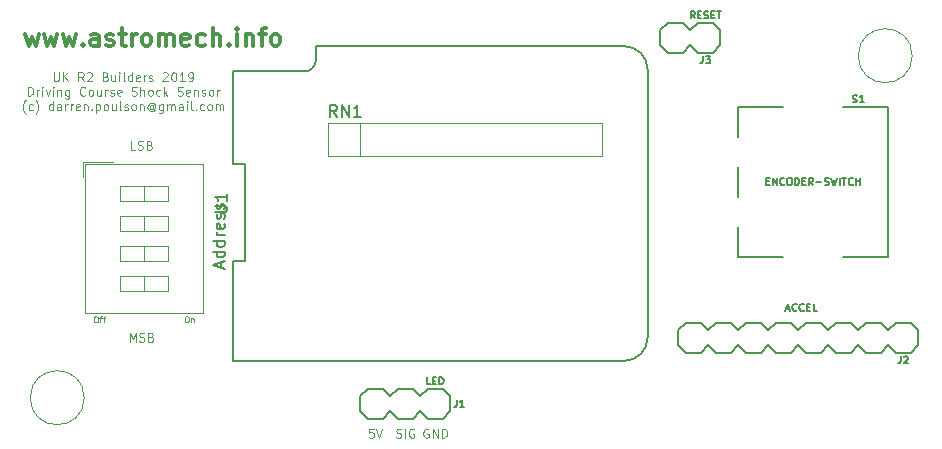
<source format=gbr>
G04 #@! TF.GenerationSoftware,KiCad,Pcbnew,5.0.2-bee76a0~70~ubuntu18.04.1*
G04 #@! TF.CreationDate,2019-09-20T23:32:28+01:00*
G04 #@! TF.ProjectId,Shock Sensor,53686f63-6b20-4536-956e-736f722e6b69,rev?*
G04 #@! TF.SameCoordinates,Original*
G04 #@! TF.FileFunction,Legend,Top*
G04 #@! TF.FilePolarity,Positive*
%FSLAX46Y46*%
G04 Gerber Fmt 4.6, Leading zero omitted, Abs format (unit mm)*
G04 Created by KiCad (PCBNEW 5.0.2-bee76a0~70~ubuntu18.04.1) date Fri 20 Sep 2019 23:32:28 BST*
%MOMM*%
%LPD*%
G01*
G04 APERTURE LIST*
%ADD10C,0.100000*%
%ADD11C,0.300000*%
%ADD12C,0.150000*%
%ADD13C,0.203200*%
%ADD14C,0.120000*%
%ADD15C,0.127000*%
G04 APERTURE END LIST*
D10*
X110918666Y-120122190D02*
X111013904Y-120122190D01*
X111061523Y-120146000D01*
X111109142Y-120193619D01*
X111132952Y-120288857D01*
X111132952Y-120455523D01*
X111109142Y-120550761D01*
X111061523Y-120598380D01*
X111013904Y-120622190D01*
X110918666Y-120622190D01*
X110871047Y-120598380D01*
X110823428Y-120550761D01*
X110799619Y-120455523D01*
X110799619Y-120288857D01*
X110823428Y-120193619D01*
X110871047Y-120146000D01*
X110918666Y-120122190D01*
X111275809Y-120288857D02*
X111466285Y-120288857D01*
X111347238Y-120622190D02*
X111347238Y-120193619D01*
X111371047Y-120146000D01*
X111418666Y-120122190D01*
X111466285Y-120122190D01*
X111561523Y-120288857D02*
X111752000Y-120288857D01*
X111632952Y-120622190D02*
X111632952Y-120193619D01*
X111656761Y-120146000D01*
X111704380Y-120122190D01*
X111752000Y-120122190D01*
X118598190Y-120122190D02*
X118693428Y-120122190D01*
X118741047Y-120146000D01*
X118788666Y-120193619D01*
X118812476Y-120288857D01*
X118812476Y-120455523D01*
X118788666Y-120550761D01*
X118741047Y-120598380D01*
X118693428Y-120622190D01*
X118598190Y-120622190D01*
X118550571Y-120598380D01*
X118502952Y-120550761D01*
X118479142Y-120455523D01*
X118479142Y-120288857D01*
X118502952Y-120193619D01*
X118550571Y-120146000D01*
X118598190Y-120122190D01*
X119026761Y-120288857D02*
X119026761Y-120622190D01*
X119026761Y-120336476D02*
X119050571Y-120312666D01*
X119098190Y-120288857D01*
X119169619Y-120288857D01*
X119217238Y-120312666D01*
X119241047Y-120360285D01*
X119241047Y-120622190D01*
X113825857Y-122259285D02*
X113825857Y-121509285D01*
X114075857Y-122045000D01*
X114325857Y-121509285D01*
X114325857Y-122259285D01*
X114647285Y-122223571D02*
X114754428Y-122259285D01*
X114933000Y-122259285D01*
X115004428Y-122223571D01*
X115040142Y-122187857D01*
X115075857Y-122116428D01*
X115075857Y-122045000D01*
X115040142Y-121973571D01*
X115004428Y-121937857D01*
X114933000Y-121902142D01*
X114790142Y-121866428D01*
X114718714Y-121830714D01*
X114683000Y-121795000D01*
X114647285Y-121723571D01*
X114647285Y-121652142D01*
X114683000Y-121580714D01*
X114718714Y-121545000D01*
X114790142Y-121509285D01*
X114968714Y-121509285D01*
X115075857Y-121545000D01*
X115647285Y-121866428D02*
X115754428Y-121902142D01*
X115790142Y-121937857D01*
X115825857Y-122009285D01*
X115825857Y-122116428D01*
X115790142Y-122187857D01*
X115754428Y-122223571D01*
X115683000Y-122259285D01*
X115397285Y-122259285D01*
X115397285Y-121509285D01*
X115647285Y-121509285D01*
X115718714Y-121545000D01*
X115754428Y-121580714D01*
X115790142Y-121652142D01*
X115790142Y-121723571D01*
X115754428Y-121795000D01*
X115718714Y-121830714D01*
X115647285Y-121866428D01*
X115397285Y-121866428D01*
X114308000Y-106003285D02*
X113950857Y-106003285D01*
X113950857Y-105253285D01*
X114522285Y-105967571D02*
X114629428Y-106003285D01*
X114808000Y-106003285D01*
X114879428Y-105967571D01*
X114915142Y-105931857D01*
X114950857Y-105860428D01*
X114950857Y-105789000D01*
X114915142Y-105717571D01*
X114879428Y-105681857D01*
X114808000Y-105646142D01*
X114665142Y-105610428D01*
X114593714Y-105574714D01*
X114558000Y-105539000D01*
X114522285Y-105467571D01*
X114522285Y-105396142D01*
X114558000Y-105324714D01*
X114593714Y-105289000D01*
X114665142Y-105253285D01*
X114843714Y-105253285D01*
X114950857Y-105289000D01*
X115522285Y-105610428D02*
X115629428Y-105646142D01*
X115665142Y-105681857D01*
X115700857Y-105753285D01*
X115700857Y-105860428D01*
X115665142Y-105931857D01*
X115629428Y-105967571D01*
X115558000Y-106003285D01*
X115272285Y-106003285D01*
X115272285Y-105253285D01*
X115522285Y-105253285D01*
X115593714Y-105289000D01*
X115629428Y-105324714D01*
X115665142Y-105396142D01*
X115665142Y-105467571D01*
X115629428Y-105539000D01*
X115593714Y-105574714D01*
X115522285Y-105610428D01*
X115272285Y-105610428D01*
X139128571Y-129673000D02*
X139057142Y-129637285D01*
X138950000Y-129637285D01*
X138842857Y-129673000D01*
X138771428Y-129744428D01*
X138735714Y-129815857D01*
X138700000Y-129958714D01*
X138700000Y-130065857D01*
X138735714Y-130208714D01*
X138771428Y-130280142D01*
X138842857Y-130351571D01*
X138950000Y-130387285D01*
X139021428Y-130387285D01*
X139128571Y-130351571D01*
X139164285Y-130315857D01*
X139164285Y-130065857D01*
X139021428Y-130065857D01*
X139485714Y-130387285D02*
X139485714Y-129637285D01*
X139914285Y-130387285D01*
X139914285Y-129637285D01*
X140271428Y-130387285D02*
X140271428Y-129637285D01*
X140450000Y-129637285D01*
X140557142Y-129673000D01*
X140628571Y-129744428D01*
X140664285Y-129815857D01*
X140700000Y-129958714D01*
X140700000Y-130065857D01*
X140664285Y-130208714D01*
X140628571Y-130280142D01*
X140557142Y-130351571D01*
X140450000Y-130387285D01*
X140271428Y-130387285D01*
X136392142Y-130351571D02*
X136499285Y-130387285D01*
X136677857Y-130387285D01*
X136749285Y-130351571D01*
X136785000Y-130315857D01*
X136820714Y-130244428D01*
X136820714Y-130173000D01*
X136785000Y-130101571D01*
X136749285Y-130065857D01*
X136677857Y-130030142D01*
X136535000Y-129994428D01*
X136463571Y-129958714D01*
X136427857Y-129923000D01*
X136392142Y-129851571D01*
X136392142Y-129780142D01*
X136427857Y-129708714D01*
X136463571Y-129673000D01*
X136535000Y-129637285D01*
X136713571Y-129637285D01*
X136820714Y-129673000D01*
X137142142Y-130387285D02*
X137142142Y-129637285D01*
X137892142Y-129673000D02*
X137820714Y-129637285D01*
X137713571Y-129637285D01*
X137606428Y-129673000D01*
X137535000Y-129744428D01*
X137499285Y-129815857D01*
X137463571Y-129958714D01*
X137463571Y-130065857D01*
X137499285Y-130208714D01*
X137535000Y-130280142D01*
X137606428Y-130351571D01*
X137713571Y-130387285D01*
X137785000Y-130387285D01*
X137892142Y-130351571D01*
X137927857Y-130315857D01*
X137927857Y-130065857D01*
X137785000Y-130065857D01*
X134477142Y-129637285D02*
X134120000Y-129637285D01*
X134084285Y-129994428D01*
X134120000Y-129958714D01*
X134191428Y-129923000D01*
X134370000Y-129923000D01*
X134441428Y-129958714D01*
X134477142Y-129994428D01*
X134512857Y-130065857D01*
X134512857Y-130244428D01*
X134477142Y-130315857D01*
X134441428Y-130351571D01*
X134370000Y-130387285D01*
X134191428Y-130387285D01*
X134120000Y-130351571D01*
X134084285Y-130315857D01*
X134727142Y-129637285D02*
X134977142Y-130387285D01*
X135227142Y-129637285D01*
D11*
X105002571Y-96198571D02*
X105288285Y-97198571D01*
X105574000Y-96484285D01*
X105859714Y-97198571D01*
X106145428Y-96198571D01*
X106574000Y-96198571D02*
X106859714Y-97198571D01*
X107145428Y-96484285D01*
X107431142Y-97198571D01*
X107716857Y-96198571D01*
X108145428Y-96198571D02*
X108431142Y-97198571D01*
X108716857Y-96484285D01*
X109002571Y-97198571D01*
X109288285Y-96198571D01*
X109859714Y-97055714D02*
X109931142Y-97127142D01*
X109859714Y-97198571D01*
X109788285Y-97127142D01*
X109859714Y-97055714D01*
X109859714Y-97198571D01*
X111216857Y-97198571D02*
X111216857Y-96412857D01*
X111145428Y-96270000D01*
X111002571Y-96198571D01*
X110716857Y-96198571D01*
X110574000Y-96270000D01*
X111216857Y-97127142D02*
X111074000Y-97198571D01*
X110716857Y-97198571D01*
X110574000Y-97127142D01*
X110502571Y-96984285D01*
X110502571Y-96841428D01*
X110574000Y-96698571D01*
X110716857Y-96627142D01*
X111074000Y-96627142D01*
X111216857Y-96555714D01*
X111859714Y-97127142D02*
X112002571Y-97198571D01*
X112288285Y-97198571D01*
X112431142Y-97127142D01*
X112502571Y-96984285D01*
X112502571Y-96912857D01*
X112431142Y-96770000D01*
X112288285Y-96698571D01*
X112074000Y-96698571D01*
X111931142Y-96627142D01*
X111859714Y-96484285D01*
X111859714Y-96412857D01*
X111931142Y-96270000D01*
X112074000Y-96198571D01*
X112288285Y-96198571D01*
X112431142Y-96270000D01*
X112931142Y-96198571D02*
X113502571Y-96198571D01*
X113145428Y-95698571D02*
X113145428Y-96984285D01*
X113216857Y-97127142D01*
X113359714Y-97198571D01*
X113502571Y-97198571D01*
X114002571Y-97198571D02*
X114002571Y-96198571D01*
X114002571Y-96484285D02*
X114074000Y-96341428D01*
X114145428Y-96270000D01*
X114288285Y-96198571D01*
X114431142Y-96198571D01*
X115145428Y-97198571D02*
X115002571Y-97127142D01*
X114931142Y-97055714D01*
X114859714Y-96912857D01*
X114859714Y-96484285D01*
X114931142Y-96341428D01*
X115002571Y-96270000D01*
X115145428Y-96198571D01*
X115359714Y-96198571D01*
X115502571Y-96270000D01*
X115574000Y-96341428D01*
X115645428Y-96484285D01*
X115645428Y-96912857D01*
X115574000Y-97055714D01*
X115502571Y-97127142D01*
X115359714Y-97198571D01*
X115145428Y-97198571D01*
X116288285Y-97198571D02*
X116288285Y-96198571D01*
X116288285Y-96341428D02*
X116359714Y-96270000D01*
X116502571Y-96198571D01*
X116716857Y-96198571D01*
X116859714Y-96270000D01*
X116931142Y-96412857D01*
X116931142Y-97198571D01*
X116931142Y-96412857D02*
X117002571Y-96270000D01*
X117145428Y-96198571D01*
X117359714Y-96198571D01*
X117502571Y-96270000D01*
X117574000Y-96412857D01*
X117574000Y-97198571D01*
X118859714Y-97127142D02*
X118716857Y-97198571D01*
X118431142Y-97198571D01*
X118288285Y-97127142D01*
X118216857Y-96984285D01*
X118216857Y-96412857D01*
X118288285Y-96270000D01*
X118431142Y-96198571D01*
X118716857Y-96198571D01*
X118859714Y-96270000D01*
X118931142Y-96412857D01*
X118931142Y-96555714D01*
X118216857Y-96698571D01*
X120216857Y-97127142D02*
X120074000Y-97198571D01*
X119788285Y-97198571D01*
X119645428Y-97127142D01*
X119574000Y-97055714D01*
X119502571Y-96912857D01*
X119502571Y-96484285D01*
X119574000Y-96341428D01*
X119645428Y-96270000D01*
X119788285Y-96198571D01*
X120074000Y-96198571D01*
X120216857Y-96270000D01*
X120859714Y-97198571D02*
X120859714Y-95698571D01*
X121502571Y-97198571D02*
X121502571Y-96412857D01*
X121431142Y-96270000D01*
X121288285Y-96198571D01*
X121074000Y-96198571D01*
X120931142Y-96270000D01*
X120859714Y-96341428D01*
X122216857Y-97055714D02*
X122288285Y-97127142D01*
X122216857Y-97198571D01*
X122145428Y-97127142D01*
X122216857Y-97055714D01*
X122216857Y-97198571D01*
X122931142Y-97198571D02*
X122931142Y-96198571D01*
X122931142Y-95698571D02*
X122859714Y-95770000D01*
X122931142Y-95841428D01*
X123002571Y-95770000D01*
X122931142Y-95698571D01*
X122931142Y-95841428D01*
X123645428Y-96198571D02*
X123645428Y-97198571D01*
X123645428Y-96341428D02*
X123716857Y-96270000D01*
X123859714Y-96198571D01*
X124074000Y-96198571D01*
X124216857Y-96270000D01*
X124288285Y-96412857D01*
X124288285Y-97198571D01*
X124788285Y-96198571D02*
X125359714Y-96198571D01*
X125002571Y-97198571D02*
X125002571Y-95912857D01*
X125074000Y-95770000D01*
X125216857Y-95698571D01*
X125359714Y-95698571D01*
X126074000Y-97198571D02*
X125931142Y-97127142D01*
X125859714Y-97055714D01*
X125788285Y-96912857D01*
X125788285Y-96484285D01*
X125859714Y-96341428D01*
X125931142Y-96270000D01*
X126074000Y-96198571D01*
X126288285Y-96198571D01*
X126431142Y-96270000D01*
X126502571Y-96341428D01*
X126574000Y-96484285D01*
X126574000Y-96912857D01*
X126502571Y-97055714D01*
X126431142Y-97127142D01*
X126288285Y-97198571D01*
X126074000Y-97198571D01*
D10*
X107391142Y-99456285D02*
X107391142Y-100063428D01*
X107426857Y-100134857D01*
X107462571Y-100170571D01*
X107534000Y-100206285D01*
X107676857Y-100206285D01*
X107748285Y-100170571D01*
X107784000Y-100134857D01*
X107819714Y-100063428D01*
X107819714Y-99456285D01*
X108176857Y-100206285D02*
X108176857Y-99456285D01*
X108605428Y-100206285D02*
X108284000Y-99777714D01*
X108605428Y-99456285D02*
X108176857Y-99884857D01*
X109926857Y-100206285D02*
X109676857Y-99849142D01*
X109498285Y-100206285D02*
X109498285Y-99456285D01*
X109784000Y-99456285D01*
X109855428Y-99492000D01*
X109891142Y-99527714D01*
X109926857Y-99599142D01*
X109926857Y-99706285D01*
X109891142Y-99777714D01*
X109855428Y-99813428D01*
X109784000Y-99849142D01*
X109498285Y-99849142D01*
X110212571Y-99527714D02*
X110248285Y-99492000D01*
X110319714Y-99456285D01*
X110498285Y-99456285D01*
X110569714Y-99492000D01*
X110605428Y-99527714D01*
X110641142Y-99599142D01*
X110641142Y-99670571D01*
X110605428Y-99777714D01*
X110176857Y-100206285D01*
X110641142Y-100206285D01*
X111784000Y-99813428D02*
X111891142Y-99849142D01*
X111926857Y-99884857D01*
X111962571Y-99956285D01*
X111962571Y-100063428D01*
X111926857Y-100134857D01*
X111891142Y-100170571D01*
X111819714Y-100206285D01*
X111534000Y-100206285D01*
X111534000Y-99456285D01*
X111784000Y-99456285D01*
X111855428Y-99492000D01*
X111891142Y-99527714D01*
X111926857Y-99599142D01*
X111926857Y-99670571D01*
X111891142Y-99742000D01*
X111855428Y-99777714D01*
X111784000Y-99813428D01*
X111534000Y-99813428D01*
X112605428Y-99706285D02*
X112605428Y-100206285D01*
X112284000Y-99706285D02*
X112284000Y-100099142D01*
X112319714Y-100170571D01*
X112391142Y-100206285D01*
X112498285Y-100206285D01*
X112569714Y-100170571D01*
X112605428Y-100134857D01*
X112962571Y-100206285D02*
X112962571Y-99706285D01*
X112962571Y-99456285D02*
X112926857Y-99492000D01*
X112962571Y-99527714D01*
X112998285Y-99492000D01*
X112962571Y-99456285D01*
X112962571Y-99527714D01*
X113426857Y-100206285D02*
X113355428Y-100170571D01*
X113319714Y-100099142D01*
X113319714Y-99456285D01*
X114034000Y-100206285D02*
X114034000Y-99456285D01*
X114034000Y-100170571D02*
X113962571Y-100206285D01*
X113819714Y-100206285D01*
X113748285Y-100170571D01*
X113712571Y-100134857D01*
X113676857Y-100063428D01*
X113676857Y-99849142D01*
X113712571Y-99777714D01*
X113748285Y-99742000D01*
X113819714Y-99706285D01*
X113962571Y-99706285D01*
X114034000Y-99742000D01*
X114676857Y-100170571D02*
X114605428Y-100206285D01*
X114462571Y-100206285D01*
X114391142Y-100170571D01*
X114355428Y-100099142D01*
X114355428Y-99813428D01*
X114391142Y-99742000D01*
X114462571Y-99706285D01*
X114605428Y-99706285D01*
X114676857Y-99742000D01*
X114712571Y-99813428D01*
X114712571Y-99884857D01*
X114355428Y-99956285D01*
X115034000Y-100206285D02*
X115034000Y-99706285D01*
X115034000Y-99849142D02*
X115069714Y-99777714D01*
X115105428Y-99742000D01*
X115176857Y-99706285D01*
X115248285Y-99706285D01*
X115462571Y-100170571D02*
X115534000Y-100206285D01*
X115676857Y-100206285D01*
X115748285Y-100170571D01*
X115784000Y-100099142D01*
X115784000Y-100063428D01*
X115748285Y-99992000D01*
X115676857Y-99956285D01*
X115569714Y-99956285D01*
X115498285Y-99920571D01*
X115462571Y-99849142D01*
X115462571Y-99813428D01*
X115498285Y-99742000D01*
X115569714Y-99706285D01*
X115676857Y-99706285D01*
X115748285Y-99742000D01*
X116641142Y-99527714D02*
X116676857Y-99492000D01*
X116748285Y-99456285D01*
X116926857Y-99456285D01*
X116998285Y-99492000D01*
X117034000Y-99527714D01*
X117069714Y-99599142D01*
X117069714Y-99670571D01*
X117034000Y-99777714D01*
X116605428Y-100206285D01*
X117069714Y-100206285D01*
X117534000Y-99456285D02*
X117605428Y-99456285D01*
X117676857Y-99492000D01*
X117712571Y-99527714D01*
X117748285Y-99599142D01*
X117784000Y-99742000D01*
X117784000Y-99920571D01*
X117748285Y-100063428D01*
X117712571Y-100134857D01*
X117676857Y-100170571D01*
X117605428Y-100206285D01*
X117534000Y-100206285D01*
X117462571Y-100170571D01*
X117426857Y-100134857D01*
X117391142Y-100063428D01*
X117355428Y-99920571D01*
X117355428Y-99742000D01*
X117391142Y-99599142D01*
X117426857Y-99527714D01*
X117462571Y-99492000D01*
X117534000Y-99456285D01*
X118498285Y-100206285D02*
X118069714Y-100206285D01*
X118284000Y-100206285D02*
X118284000Y-99456285D01*
X118212571Y-99563428D01*
X118141142Y-99634857D01*
X118069714Y-99670571D01*
X118855428Y-100206285D02*
X118998285Y-100206285D01*
X119069714Y-100170571D01*
X119105428Y-100134857D01*
X119176857Y-100027714D01*
X119212571Y-99884857D01*
X119212571Y-99599142D01*
X119176857Y-99527714D01*
X119141142Y-99492000D01*
X119069714Y-99456285D01*
X118926857Y-99456285D01*
X118855428Y-99492000D01*
X118819714Y-99527714D01*
X118784000Y-99599142D01*
X118784000Y-99777714D01*
X118819714Y-99849142D01*
X118855428Y-99884857D01*
X118926857Y-99920571D01*
X119069714Y-99920571D01*
X119141142Y-99884857D01*
X119176857Y-99849142D01*
X119212571Y-99777714D01*
X105212571Y-101431285D02*
X105212571Y-100681285D01*
X105391142Y-100681285D01*
X105498285Y-100717000D01*
X105569714Y-100788428D01*
X105605428Y-100859857D01*
X105641142Y-101002714D01*
X105641142Y-101109857D01*
X105605428Y-101252714D01*
X105569714Y-101324142D01*
X105498285Y-101395571D01*
X105391142Y-101431285D01*
X105212571Y-101431285D01*
X105962571Y-101431285D02*
X105962571Y-100931285D01*
X105962571Y-101074142D02*
X105998285Y-101002714D01*
X106034000Y-100967000D01*
X106105428Y-100931285D01*
X106176857Y-100931285D01*
X106426857Y-101431285D02*
X106426857Y-100931285D01*
X106426857Y-100681285D02*
X106391142Y-100717000D01*
X106426857Y-100752714D01*
X106462571Y-100717000D01*
X106426857Y-100681285D01*
X106426857Y-100752714D01*
X106712571Y-100931285D02*
X106891142Y-101431285D01*
X107069714Y-100931285D01*
X107355428Y-101431285D02*
X107355428Y-100931285D01*
X107355428Y-100681285D02*
X107319714Y-100717000D01*
X107355428Y-100752714D01*
X107391142Y-100717000D01*
X107355428Y-100681285D01*
X107355428Y-100752714D01*
X107712571Y-100931285D02*
X107712571Y-101431285D01*
X107712571Y-101002714D02*
X107748285Y-100967000D01*
X107819714Y-100931285D01*
X107926857Y-100931285D01*
X107998285Y-100967000D01*
X108034000Y-101038428D01*
X108034000Y-101431285D01*
X108712571Y-100931285D02*
X108712571Y-101538428D01*
X108676857Y-101609857D01*
X108641142Y-101645571D01*
X108569714Y-101681285D01*
X108462571Y-101681285D01*
X108391142Y-101645571D01*
X108712571Y-101395571D02*
X108641142Y-101431285D01*
X108498285Y-101431285D01*
X108426857Y-101395571D01*
X108391142Y-101359857D01*
X108355428Y-101288428D01*
X108355428Y-101074142D01*
X108391142Y-101002714D01*
X108426857Y-100967000D01*
X108498285Y-100931285D01*
X108641142Y-100931285D01*
X108712571Y-100967000D01*
X110069714Y-101359857D02*
X110034000Y-101395571D01*
X109926857Y-101431285D01*
X109855428Y-101431285D01*
X109748285Y-101395571D01*
X109676857Y-101324142D01*
X109641142Y-101252714D01*
X109605428Y-101109857D01*
X109605428Y-101002714D01*
X109641142Y-100859857D01*
X109676857Y-100788428D01*
X109748285Y-100717000D01*
X109855428Y-100681285D01*
X109926857Y-100681285D01*
X110034000Y-100717000D01*
X110069714Y-100752714D01*
X110498285Y-101431285D02*
X110426857Y-101395571D01*
X110391142Y-101359857D01*
X110355428Y-101288428D01*
X110355428Y-101074142D01*
X110391142Y-101002714D01*
X110426857Y-100967000D01*
X110498285Y-100931285D01*
X110605428Y-100931285D01*
X110676857Y-100967000D01*
X110712571Y-101002714D01*
X110748285Y-101074142D01*
X110748285Y-101288428D01*
X110712571Y-101359857D01*
X110676857Y-101395571D01*
X110605428Y-101431285D01*
X110498285Y-101431285D01*
X111391142Y-100931285D02*
X111391142Y-101431285D01*
X111069714Y-100931285D02*
X111069714Y-101324142D01*
X111105428Y-101395571D01*
X111176857Y-101431285D01*
X111284000Y-101431285D01*
X111355428Y-101395571D01*
X111391142Y-101359857D01*
X111748285Y-101431285D02*
X111748285Y-100931285D01*
X111748285Y-101074142D02*
X111784000Y-101002714D01*
X111819714Y-100967000D01*
X111891142Y-100931285D01*
X111962571Y-100931285D01*
X112176857Y-101395571D02*
X112248285Y-101431285D01*
X112391142Y-101431285D01*
X112462571Y-101395571D01*
X112498285Y-101324142D01*
X112498285Y-101288428D01*
X112462571Y-101217000D01*
X112391142Y-101181285D01*
X112284000Y-101181285D01*
X112212571Y-101145571D01*
X112176857Y-101074142D01*
X112176857Y-101038428D01*
X112212571Y-100967000D01*
X112284000Y-100931285D01*
X112391142Y-100931285D01*
X112462571Y-100967000D01*
X113105428Y-101395571D02*
X113034000Y-101431285D01*
X112891142Y-101431285D01*
X112819714Y-101395571D01*
X112784000Y-101324142D01*
X112784000Y-101038428D01*
X112819714Y-100967000D01*
X112891142Y-100931285D01*
X113034000Y-100931285D01*
X113105428Y-100967000D01*
X113141142Y-101038428D01*
X113141142Y-101109857D01*
X112784000Y-101181285D01*
X113998285Y-101395571D02*
X114105428Y-101431285D01*
X114284000Y-101431285D01*
X114355428Y-101395571D01*
X114391142Y-101359857D01*
X114426857Y-101288428D01*
X114426857Y-101217000D01*
X114391142Y-101145571D01*
X114355428Y-101109857D01*
X114284000Y-101074142D01*
X114141142Y-101038428D01*
X114069714Y-101002714D01*
X114034000Y-100967000D01*
X113998285Y-100895571D01*
X113998285Y-100824142D01*
X114034000Y-100752714D01*
X114069714Y-100717000D01*
X114141142Y-100681285D01*
X114319714Y-100681285D01*
X114426857Y-100717000D01*
X114748285Y-101431285D02*
X114748285Y-100681285D01*
X115069714Y-101431285D02*
X115069714Y-101038428D01*
X115034000Y-100967000D01*
X114962571Y-100931285D01*
X114855428Y-100931285D01*
X114784000Y-100967000D01*
X114748285Y-101002714D01*
X115534000Y-101431285D02*
X115462571Y-101395571D01*
X115426857Y-101359857D01*
X115391142Y-101288428D01*
X115391142Y-101074142D01*
X115426857Y-101002714D01*
X115462571Y-100967000D01*
X115534000Y-100931285D01*
X115641142Y-100931285D01*
X115712571Y-100967000D01*
X115748285Y-101002714D01*
X115784000Y-101074142D01*
X115784000Y-101288428D01*
X115748285Y-101359857D01*
X115712571Y-101395571D01*
X115641142Y-101431285D01*
X115534000Y-101431285D01*
X116426857Y-101395571D02*
X116355428Y-101431285D01*
X116212571Y-101431285D01*
X116141142Y-101395571D01*
X116105428Y-101359857D01*
X116069714Y-101288428D01*
X116069714Y-101074142D01*
X116105428Y-101002714D01*
X116141142Y-100967000D01*
X116212571Y-100931285D01*
X116355428Y-100931285D01*
X116426857Y-100967000D01*
X116748285Y-101431285D02*
X116748285Y-100681285D01*
X116819714Y-101145571D02*
X117034000Y-101431285D01*
X117034000Y-100931285D02*
X116748285Y-101217000D01*
X117891142Y-101395571D02*
X117998285Y-101431285D01*
X118176857Y-101431285D01*
X118248285Y-101395571D01*
X118284000Y-101359857D01*
X118319714Y-101288428D01*
X118319714Y-101217000D01*
X118284000Y-101145571D01*
X118248285Y-101109857D01*
X118176857Y-101074142D01*
X118034000Y-101038428D01*
X117962571Y-101002714D01*
X117926857Y-100967000D01*
X117891142Y-100895571D01*
X117891142Y-100824142D01*
X117926857Y-100752714D01*
X117962571Y-100717000D01*
X118034000Y-100681285D01*
X118212571Y-100681285D01*
X118319714Y-100717000D01*
X118926857Y-101395571D02*
X118855428Y-101431285D01*
X118712571Y-101431285D01*
X118641142Y-101395571D01*
X118605428Y-101324142D01*
X118605428Y-101038428D01*
X118641142Y-100967000D01*
X118712571Y-100931285D01*
X118855428Y-100931285D01*
X118926857Y-100967000D01*
X118962571Y-101038428D01*
X118962571Y-101109857D01*
X118605428Y-101181285D01*
X119284000Y-100931285D02*
X119284000Y-101431285D01*
X119284000Y-101002714D02*
X119319714Y-100967000D01*
X119391142Y-100931285D01*
X119498285Y-100931285D01*
X119569714Y-100967000D01*
X119605428Y-101038428D01*
X119605428Y-101431285D01*
X119926857Y-101395571D02*
X119998285Y-101431285D01*
X120141142Y-101431285D01*
X120212571Y-101395571D01*
X120248285Y-101324142D01*
X120248285Y-101288428D01*
X120212571Y-101217000D01*
X120141142Y-101181285D01*
X120034000Y-101181285D01*
X119962571Y-101145571D01*
X119926857Y-101074142D01*
X119926857Y-101038428D01*
X119962571Y-100967000D01*
X120034000Y-100931285D01*
X120141142Y-100931285D01*
X120212571Y-100967000D01*
X120676857Y-101431285D02*
X120605428Y-101395571D01*
X120569714Y-101359857D01*
X120534000Y-101288428D01*
X120534000Y-101074142D01*
X120569714Y-101002714D01*
X120605428Y-100967000D01*
X120676857Y-100931285D01*
X120784000Y-100931285D01*
X120855428Y-100967000D01*
X120891142Y-101002714D01*
X120926857Y-101074142D01*
X120926857Y-101288428D01*
X120891142Y-101359857D01*
X120855428Y-101395571D01*
X120784000Y-101431285D01*
X120676857Y-101431285D01*
X121248285Y-101431285D02*
X121248285Y-100931285D01*
X121248285Y-101074142D02*
X121284000Y-101002714D01*
X121319714Y-100967000D01*
X121391142Y-100931285D01*
X121462571Y-100931285D01*
X105016142Y-102942000D02*
X104980428Y-102906285D01*
X104909000Y-102799142D01*
X104873285Y-102727714D01*
X104837571Y-102620571D01*
X104801857Y-102442000D01*
X104801857Y-102299142D01*
X104837571Y-102120571D01*
X104873285Y-102013428D01*
X104909000Y-101942000D01*
X104980428Y-101834857D01*
X105016142Y-101799142D01*
X105623285Y-102620571D02*
X105551857Y-102656285D01*
X105409000Y-102656285D01*
X105337571Y-102620571D01*
X105301857Y-102584857D01*
X105266142Y-102513428D01*
X105266142Y-102299142D01*
X105301857Y-102227714D01*
X105337571Y-102192000D01*
X105409000Y-102156285D01*
X105551857Y-102156285D01*
X105623285Y-102192000D01*
X105873285Y-102942000D02*
X105909000Y-102906285D01*
X105980428Y-102799142D01*
X106016142Y-102727714D01*
X106051857Y-102620571D01*
X106087571Y-102442000D01*
X106087571Y-102299142D01*
X106051857Y-102120571D01*
X106016142Y-102013428D01*
X105980428Y-101942000D01*
X105909000Y-101834857D01*
X105873285Y-101799142D01*
X107337571Y-102656285D02*
X107337571Y-101906285D01*
X107337571Y-102620571D02*
X107266142Y-102656285D01*
X107123285Y-102656285D01*
X107051857Y-102620571D01*
X107016142Y-102584857D01*
X106980428Y-102513428D01*
X106980428Y-102299142D01*
X107016142Y-102227714D01*
X107051857Y-102192000D01*
X107123285Y-102156285D01*
X107266142Y-102156285D01*
X107337571Y-102192000D01*
X108016142Y-102656285D02*
X108016142Y-102263428D01*
X107980428Y-102192000D01*
X107909000Y-102156285D01*
X107766142Y-102156285D01*
X107694714Y-102192000D01*
X108016142Y-102620571D02*
X107944714Y-102656285D01*
X107766142Y-102656285D01*
X107694714Y-102620571D01*
X107659000Y-102549142D01*
X107659000Y-102477714D01*
X107694714Y-102406285D01*
X107766142Y-102370571D01*
X107944714Y-102370571D01*
X108016142Y-102334857D01*
X108373285Y-102656285D02*
X108373285Y-102156285D01*
X108373285Y-102299142D02*
X108409000Y-102227714D01*
X108444714Y-102192000D01*
X108516142Y-102156285D01*
X108587571Y-102156285D01*
X108837571Y-102656285D02*
X108837571Y-102156285D01*
X108837571Y-102299142D02*
X108873285Y-102227714D01*
X108909000Y-102192000D01*
X108980428Y-102156285D01*
X109051857Y-102156285D01*
X109587571Y-102620571D02*
X109516142Y-102656285D01*
X109373285Y-102656285D01*
X109301857Y-102620571D01*
X109266142Y-102549142D01*
X109266142Y-102263428D01*
X109301857Y-102192000D01*
X109373285Y-102156285D01*
X109516142Y-102156285D01*
X109587571Y-102192000D01*
X109623285Y-102263428D01*
X109623285Y-102334857D01*
X109266142Y-102406285D01*
X109944714Y-102156285D02*
X109944714Y-102656285D01*
X109944714Y-102227714D02*
X109980428Y-102192000D01*
X110051857Y-102156285D01*
X110159000Y-102156285D01*
X110230428Y-102192000D01*
X110266142Y-102263428D01*
X110266142Y-102656285D01*
X110623285Y-102584857D02*
X110659000Y-102620571D01*
X110623285Y-102656285D01*
X110587571Y-102620571D01*
X110623285Y-102584857D01*
X110623285Y-102656285D01*
X110980428Y-102156285D02*
X110980428Y-102906285D01*
X110980428Y-102192000D02*
X111051857Y-102156285D01*
X111194714Y-102156285D01*
X111266142Y-102192000D01*
X111301857Y-102227714D01*
X111337571Y-102299142D01*
X111337571Y-102513428D01*
X111301857Y-102584857D01*
X111266142Y-102620571D01*
X111194714Y-102656285D01*
X111051857Y-102656285D01*
X110980428Y-102620571D01*
X111766142Y-102656285D02*
X111694714Y-102620571D01*
X111659000Y-102584857D01*
X111623285Y-102513428D01*
X111623285Y-102299142D01*
X111659000Y-102227714D01*
X111694714Y-102192000D01*
X111766142Y-102156285D01*
X111873285Y-102156285D01*
X111944714Y-102192000D01*
X111980428Y-102227714D01*
X112016142Y-102299142D01*
X112016142Y-102513428D01*
X111980428Y-102584857D01*
X111944714Y-102620571D01*
X111873285Y-102656285D01*
X111766142Y-102656285D01*
X112659000Y-102156285D02*
X112659000Y-102656285D01*
X112337571Y-102156285D02*
X112337571Y-102549142D01*
X112373285Y-102620571D01*
X112444714Y-102656285D01*
X112551857Y-102656285D01*
X112623285Y-102620571D01*
X112659000Y-102584857D01*
X113123285Y-102656285D02*
X113051857Y-102620571D01*
X113016142Y-102549142D01*
X113016142Y-101906285D01*
X113373285Y-102620571D02*
X113444714Y-102656285D01*
X113587571Y-102656285D01*
X113659000Y-102620571D01*
X113694714Y-102549142D01*
X113694714Y-102513428D01*
X113659000Y-102442000D01*
X113587571Y-102406285D01*
X113480428Y-102406285D01*
X113409000Y-102370571D01*
X113373285Y-102299142D01*
X113373285Y-102263428D01*
X113409000Y-102192000D01*
X113480428Y-102156285D01*
X113587571Y-102156285D01*
X113659000Y-102192000D01*
X114123285Y-102656285D02*
X114051857Y-102620571D01*
X114016142Y-102584857D01*
X113980428Y-102513428D01*
X113980428Y-102299142D01*
X114016142Y-102227714D01*
X114051857Y-102192000D01*
X114123285Y-102156285D01*
X114230428Y-102156285D01*
X114301857Y-102192000D01*
X114337571Y-102227714D01*
X114373285Y-102299142D01*
X114373285Y-102513428D01*
X114337571Y-102584857D01*
X114301857Y-102620571D01*
X114230428Y-102656285D01*
X114123285Y-102656285D01*
X114694714Y-102156285D02*
X114694714Y-102656285D01*
X114694714Y-102227714D02*
X114730428Y-102192000D01*
X114801857Y-102156285D01*
X114909000Y-102156285D01*
X114980428Y-102192000D01*
X115016142Y-102263428D01*
X115016142Y-102656285D01*
X115837571Y-102299142D02*
X115801857Y-102263428D01*
X115730428Y-102227714D01*
X115659000Y-102227714D01*
X115587571Y-102263428D01*
X115551857Y-102299142D01*
X115516142Y-102370571D01*
X115516142Y-102442000D01*
X115551857Y-102513428D01*
X115587571Y-102549142D01*
X115659000Y-102584857D01*
X115730428Y-102584857D01*
X115801857Y-102549142D01*
X115837571Y-102513428D01*
X115837571Y-102227714D02*
X115837571Y-102513428D01*
X115873285Y-102549142D01*
X115909000Y-102549142D01*
X115980428Y-102513428D01*
X116016142Y-102442000D01*
X116016142Y-102263428D01*
X115944714Y-102156285D01*
X115837571Y-102084857D01*
X115694714Y-102049142D01*
X115551857Y-102084857D01*
X115444714Y-102156285D01*
X115373285Y-102263428D01*
X115337571Y-102406285D01*
X115373285Y-102549142D01*
X115444714Y-102656285D01*
X115551857Y-102727714D01*
X115694714Y-102763428D01*
X115837571Y-102727714D01*
X115944714Y-102656285D01*
X116659000Y-102156285D02*
X116659000Y-102763428D01*
X116623285Y-102834857D01*
X116587571Y-102870571D01*
X116516142Y-102906285D01*
X116409000Y-102906285D01*
X116337571Y-102870571D01*
X116659000Y-102620571D02*
X116587571Y-102656285D01*
X116444714Y-102656285D01*
X116373285Y-102620571D01*
X116337571Y-102584857D01*
X116301857Y-102513428D01*
X116301857Y-102299142D01*
X116337571Y-102227714D01*
X116373285Y-102192000D01*
X116444714Y-102156285D01*
X116587571Y-102156285D01*
X116659000Y-102192000D01*
X117016142Y-102656285D02*
X117016142Y-102156285D01*
X117016142Y-102227714D02*
X117051857Y-102192000D01*
X117123285Y-102156285D01*
X117230428Y-102156285D01*
X117301857Y-102192000D01*
X117337571Y-102263428D01*
X117337571Y-102656285D01*
X117337571Y-102263428D02*
X117373285Y-102192000D01*
X117444714Y-102156285D01*
X117551857Y-102156285D01*
X117623285Y-102192000D01*
X117659000Y-102263428D01*
X117659000Y-102656285D01*
X118337571Y-102656285D02*
X118337571Y-102263428D01*
X118301857Y-102192000D01*
X118230428Y-102156285D01*
X118087571Y-102156285D01*
X118016142Y-102192000D01*
X118337571Y-102620571D02*
X118266142Y-102656285D01*
X118087571Y-102656285D01*
X118016142Y-102620571D01*
X117980428Y-102549142D01*
X117980428Y-102477714D01*
X118016142Y-102406285D01*
X118087571Y-102370571D01*
X118266142Y-102370571D01*
X118337571Y-102334857D01*
X118694714Y-102656285D02*
X118694714Y-102156285D01*
X118694714Y-101906285D02*
X118659000Y-101942000D01*
X118694714Y-101977714D01*
X118730428Y-101942000D01*
X118694714Y-101906285D01*
X118694714Y-101977714D01*
X119159000Y-102656285D02*
X119087571Y-102620571D01*
X119051857Y-102549142D01*
X119051857Y-101906285D01*
X119444714Y-102584857D02*
X119480428Y-102620571D01*
X119444714Y-102656285D01*
X119409000Y-102620571D01*
X119444714Y-102584857D01*
X119444714Y-102656285D01*
X120123285Y-102620571D02*
X120051857Y-102656285D01*
X119909000Y-102656285D01*
X119837571Y-102620571D01*
X119801857Y-102584857D01*
X119766142Y-102513428D01*
X119766142Y-102299142D01*
X119801857Y-102227714D01*
X119837571Y-102192000D01*
X119909000Y-102156285D01*
X120051857Y-102156285D01*
X120123285Y-102192000D01*
X120551857Y-102656285D02*
X120480428Y-102620571D01*
X120444714Y-102584857D01*
X120409000Y-102513428D01*
X120409000Y-102299142D01*
X120444714Y-102227714D01*
X120480428Y-102192000D01*
X120551857Y-102156285D01*
X120659000Y-102156285D01*
X120730428Y-102192000D01*
X120766142Y-102227714D01*
X120801857Y-102299142D01*
X120801857Y-102513428D01*
X120766142Y-102584857D01*
X120730428Y-102620571D01*
X120659000Y-102656285D01*
X120551857Y-102656285D01*
X121123285Y-102656285D02*
X121123285Y-102156285D01*
X121123285Y-102227714D02*
X121159000Y-102192000D01*
X121230428Y-102156285D01*
X121337571Y-102156285D01*
X121409000Y-102192000D01*
X121444714Y-102263428D01*
X121444714Y-102656285D01*
X121444714Y-102263428D02*
X121480428Y-102192000D01*
X121551857Y-102156285D01*
X121659000Y-102156285D01*
X121730428Y-102192000D01*
X121766142Y-102263428D01*
X121766142Y-102656285D01*
D12*
G04 #@! TO.C,U1*
X122613001Y-123885025D02*
X155693001Y-123885025D01*
X157693001Y-121885025D02*
X157693001Y-99225025D01*
X155693001Y-97225025D02*
X129613001Y-97225025D01*
X122613001Y-99375025D02*
X122613001Y-107235025D01*
X122613001Y-107235025D02*
X123613001Y-107235025D01*
X123613001Y-107235025D02*
X123613001Y-115455025D01*
X123613001Y-115455025D02*
X122613001Y-115455025D01*
X122613001Y-115455025D02*
X122613001Y-123885024D01*
X157693001Y-99225025D02*
G75*
G03X155693001Y-97225025I-2000000J0D01*
G01*
X155693001Y-123885025D02*
G75*
G03X157693001Y-121885025I0J2000000D01*
G01*
X122613001Y-99375025D02*
X128613001Y-99375025D01*
X128613001Y-99375025D02*
G75*
G03X129613001Y-98375025I0J1000000D01*
G01*
X129613001Y-98385025D02*
X129613001Y-97225025D01*
X129613001Y-97225025D02*
X129613001Y-97225025D01*
D13*
G04 #@! TO.C,J1*
X135890000Y-128143000D02*
X135255000Y-128778000D01*
X135255000Y-128778000D02*
X133985000Y-128778000D01*
X133985000Y-128778000D02*
X133350000Y-128143000D01*
X133350000Y-126873000D02*
X133985000Y-126238000D01*
X133985000Y-126238000D02*
X135255000Y-126238000D01*
X135255000Y-126238000D02*
X135890000Y-126873000D01*
X140335000Y-128778000D02*
X139065000Y-128778000D01*
X139065000Y-128778000D02*
X138430000Y-128143000D01*
X138430000Y-126873000D02*
X139065000Y-126238000D01*
X138430000Y-128143000D02*
X137795000Y-128778000D01*
X137795000Y-128778000D02*
X136525000Y-128778000D01*
X136525000Y-128778000D02*
X135890000Y-128143000D01*
X135890000Y-126873000D02*
X136525000Y-126238000D01*
X136525000Y-126238000D02*
X137795000Y-126238000D01*
X137795000Y-126238000D02*
X138430000Y-126873000D01*
X140970000Y-128143000D02*
X140970000Y-126873000D01*
X140335000Y-128778000D02*
X140970000Y-128143000D01*
X140970000Y-126873000D02*
X140335000Y-126238000D01*
X139065000Y-126238000D02*
X140335000Y-126238000D01*
X133350000Y-128143000D02*
X133350000Y-126873000D01*
G04 #@! TO.C,J3*
X163195000Y-97790000D02*
X161925000Y-97790000D01*
X161925000Y-97790000D02*
X161290000Y-97155000D01*
X161290000Y-95885000D02*
X161925000Y-95250000D01*
X161290000Y-97155000D02*
X160655000Y-97790000D01*
X160655000Y-97790000D02*
X159385000Y-97790000D01*
X159385000Y-97790000D02*
X158750000Y-97155000D01*
X158750000Y-95885000D02*
X159385000Y-95250000D01*
X159385000Y-95250000D02*
X160655000Y-95250000D01*
X160655000Y-95250000D02*
X161290000Y-95885000D01*
X163830000Y-97155000D02*
X163830000Y-95885000D01*
X163195000Y-97790000D02*
X163830000Y-97155000D01*
X163830000Y-95885000D02*
X163195000Y-95250000D01*
X161925000Y-95250000D02*
X163195000Y-95250000D01*
X158750000Y-97155000D02*
X158750000Y-95885000D01*
D14*
G04 #@! TO.C,RN1*
X133350000Y-103756000D02*
X133350000Y-106556000D01*
X153840000Y-103756000D02*
X130640000Y-103756000D01*
X153840000Y-106556000D02*
X153840000Y-103756000D01*
X130640000Y-106556000D02*
X153840000Y-106556000D01*
X130640000Y-103756000D02*
X130640000Y-106556000D01*
G04 #@! TO.C,Address*
X115062000Y-116713000D02*
X115062000Y-117983000D01*
X117092000Y-116713000D02*
X113032000Y-116713000D01*
X117092000Y-117983000D02*
X117092000Y-116713000D01*
X113032000Y-117983000D02*
X117092000Y-117983000D01*
X113032000Y-116713000D02*
X113032000Y-117983000D01*
X115062000Y-114173000D02*
X115062000Y-115443000D01*
X117092000Y-114173000D02*
X113032000Y-114173000D01*
X117092000Y-115443000D02*
X117092000Y-114173000D01*
X113032000Y-115443000D02*
X117092000Y-115443000D01*
X113032000Y-114173000D02*
X113032000Y-115443000D01*
X115062000Y-111633000D02*
X115062000Y-112903000D01*
X117092000Y-111633000D02*
X113032000Y-111633000D01*
X117092000Y-112903000D02*
X117092000Y-111633000D01*
X113032000Y-112903000D02*
X117092000Y-112903000D01*
X113032000Y-111633000D02*
X113032000Y-112903000D01*
X115062000Y-109093000D02*
X115062000Y-110363000D01*
X117092000Y-109093000D02*
X113032000Y-109093000D01*
X117092000Y-110363000D02*
X117092000Y-109093000D01*
X113032000Y-110363000D02*
X117092000Y-110363000D01*
X113032000Y-109093000D02*
X113032000Y-110363000D01*
X110052000Y-119828000D02*
X110052000Y-107248000D01*
X120072000Y-119828000D02*
X110052000Y-119828000D01*
X120072000Y-107248000D02*
X120072000Y-119828000D01*
X110052000Y-107248000D02*
X120072000Y-107248000D01*
X109852000Y-107048000D02*
X112392000Y-107048000D01*
X109852000Y-107048000D02*
X109852000Y-108318000D01*
D13*
G04 #@! TO.C,S1*
X165354000Y-102362000D02*
X169164000Y-102362000D01*
X174244000Y-102362000D02*
X178054000Y-102362000D01*
X178054000Y-102362000D02*
X178054000Y-115062000D01*
X178054000Y-115062000D02*
X174244000Y-115062000D01*
X169164000Y-115062000D02*
X165354000Y-115062000D01*
X165354000Y-115062000D02*
X165354000Y-112522000D01*
X165354000Y-102362000D02*
X165354000Y-104902000D01*
X165354000Y-107442000D02*
X165354000Y-109982000D01*
G04 #@! TO.C,J2*
X164719000Y-123190000D02*
X163449000Y-123190000D01*
X163449000Y-123190000D02*
X162814000Y-122555000D01*
X162814000Y-121285000D02*
X163449000Y-120650000D01*
X167894000Y-122555000D02*
X167259000Y-123190000D01*
X167259000Y-123190000D02*
X165989000Y-123190000D01*
X165989000Y-123190000D02*
X165354000Y-122555000D01*
X165354000Y-121285000D02*
X165989000Y-120650000D01*
X165989000Y-120650000D02*
X167259000Y-120650000D01*
X167259000Y-120650000D02*
X167894000Y-121285000D01*
X164719000Y-123190000D02*
X165354000Y-122555000D01*
X165354000Y-121285000D02*
X164719000Y-120650000D01*
X163449000Y-120650000D02*
X164719000Y-120650000D01*
X172339000Y-123190000D02*
X171069000Y-123190000D01*
X171069000Y-123190000D02*
X170434000Y-122555000D01*
X170434000Y-121285000D02*
X171069000Y-120650000D01*
X170434000Y-122555000D02*
X169799000Y-123190000D01*
X169799000Y-123190000D02*
X168529000Y-123190000D01*
X168529000Y-123190000D02*
X167894000Y-122555000D01*
X167894000Y-121285000D02*
X168529000Y-120650000D01*
X168529000Y-120650000D02*
X169799000Y-120650000D01*
X169799000Y-120650000D02*
X170434000Y-121285000D01*
X175514000Y-122555000D02*
X174879000Y-123190000D01*
X174879000Y-123190000D02*
X173609000Y-123190000D01*
X173609000Y-123190000D02*
X172974000Y-122555000D01*
X172974000Y-121285000D02*
X173609000Y-120650000D01*
X173609000Y-120650000D02*
X174879000Y-120650000D01*
X174879000Y-120650000D02*
X175514000Y-121285000D01*
X172339000Y-123190000D02*
X172974000Y-122555000D01*
X172974000Y-121285000D02*
X172339000Y-120650000D01*
X171069000Y-120650000D02*
X172339000Y-120650000D01*
X179959000Y-123190000D02*
X178689000Y-123190000D01*
X178689000Y-123190000D02*
X178054000Y-122555000D01*
X178054000Y-121285000D02*
X178689000Y-120650000D01*
X178054000Y-122555000D02*
X177419000Y-123190000D01*
X177419000Y-123190000D02*
X176149000Y-123190000D01*
X176149000Y-123190000D02*
X175514000Y-122555000D01*
X175514000Y-121285000D02*
X176149000Y-120650000D01*
X176149000Y-120650000D02*
X177419000Y-120650000D01*
X177419000Y-120650000D02*
X178054000Y-121285000D01*
X180594000Y-122555000D02*
X180594000Y-121285000D01*
X179959000Y-123190000D02*
X180594000Y-122555000D01*
X180594000Y-121285000D02*
X179959000Y-120650000D01*
X178689000Y-120650000D02*
X179959000Y-120650000D01*
X162179000Y-123190000D02*
X160909000Y-123190000D01*
X160909000Y-123190000D02*
X160274000Y-122555000D01*
X160274000Y-122555000D02*
X160274000Y-121285000D01*
X160274000Y-121285000D02*
X160909000Y-120650000D01*
X162179000Y-123190000D02*
X162814000Y-122555000D01*
X162814000Y-121285000D02*
X162179000Y-120650000D01*
X160909000Y-120650000D02*
X162179000Y-120650000D01*
D14*
G04 #@! TO.C,REF\002A\002A*
X109982000Y-127000000D02*
G75*
G03X109982000Y-127000000I-2286000J0D01*
G01*
X180086000Y-98044000D02*
G75*
G03X180086000Y-98044000I-2286000J0D01*
G01*
G04 #@! TO.C,U1*
D12*
X121065381Y-111316929D02*
X121874905Y-111316929D01*
X121970143Y-111269310D01*
X122017762Y-111221691D01*
X122065381Y-111126453D01*
X122065381Y-110935977D01*
X122017762Y-110840739D01*
X121970143Y-110793120D01*
X121874905Y-110745501D01*
X121065381Y-110745501D01*
X122065381Y-109745501D02*
X122065381Y-110316929D01*
X122065381Y-110031215D02*
X121065381Y-110031215D01*
X121208239Y-110126453D01*
X121303477Y-110221691D01*
X121351096Y-110316929D01*
G04 #@! TO.C,J1*
D15*
X141528800Y-127174171D02*
X141528800Y-127609600D01*
X141499771Y-127696685D01*
X141441714Y-127754742D01*
X141354628Y-127783771D01*
X141296571Y-127783771D01*
X142138400Y-127783771D02*
X141790057Y-127783771D01*
X141964228Y-127783771D02*
X141964228Y-127174171D01*
X141906171Y-127261257D01*
X141848114Y-127319314D01*
X141790057Y-127348342D01*
X139308114Y-125878771D02*
X139017828Y-125878771D01*
X139017828Y-125269171D01*
X139511314Y-125559457D02*
X139714514Y-125559457D01*
X139801600Y-125878771D02*
X139511314Y-125878771D01*
X139511314Y-125269171D01*
X139801600Y-125269171D01*
X140062857Y-125878771D02*
X140062857Y-125269171D01*
X140208000Y-125269171D01*
X140295085Y-125298200D01*
X140353142Y-125356257D01*
X140382171Y-125414314D01*
X140411200Y-125530428D01*
X140411200Y-125617514D01*
X140382171Y-125733628D01*
X140353142Y-125791685D01*
X140295085Y-125849742D01*
X140208000Y-125878771D01*
X140062857Y-125878771D01*
G04 #@! TO.C,J3*
X162356800Y-98091171D02*
X162356800Y-98526600D01*
X162327771Y-98613685D01*
X162269714Y-98671742D01*
X162182628Y-98700771D01*
X162124571Y-98700771D01*
X162589028Y-98091171D02*
X162966400Y-98091171D01*
X162763200Y-98323400D01*
X162850285Y-98323400D01*
X162908342Y-98352428D01*
X162937371Y-98381457D01*
X162966400Y-98439514D01*
X162966400Y-98584657D01*
X162937371Y-98642714D01*
X162908342Y-98671742D01*
X162850285Y-98700771D01*
X162676114Y-98700771D01*
X162618057Y-98671742D01*
X162589028Y-98642714D01*
X161674628Y-94890771D02*
X161471428Y-94600485D01*
X161326285Y-94890771D02*
X161326285Y-94281171D01*
X161558514Y-94281171D01*
X161616571Y-94310200D01*
X161645600Y-94339228D01*
X161674628Y-94397285D01*
X161674628Y-94484371D01*
X161645600Y-94542428D01*
X161616571Y-94571457D01*
X161558514Y-94600485D01*
X161326285Y-94600485D01*
X161935885Y-94571457D02*
X162139085Y-94571457D01*
X162226171Y-94890771D02*
X161935885Y-94890771D01*
X161935885Y-94281171D01*
X162226171Y-94281171D01*
X162458400Y-94861742D02*
X162545485Y-94890771D01*
X162690628Y-94890771D01*
X162748685Y-94861742D01*
X162777714Y-94832714D01*
X162806742Y-94774657D01*
X162806742Y-94716600D01*
X162777714Y-94658542D01*
X162748685Y-94629514D01*
X162690628Y-94600485D01*
X162574514Y-94571457D01*
X162516457Y-94542428D01*
X162487428Y-94513400D01*
X162458400Y-94455342D01*
X162458400Y-94397285D01*
X162487428Y-94339228D01*
X162516457Y-94310200D01*
X162574514Y-94281171D01*
X162719657Y-94281171D01*
X162806742Y-94310200D01*
X163068000Y-94571457D02*
X163271200Y-94571457D01*
X163358285Y-94890771D02*
X163068000Y-94890771D01*
X163068000Y-94281171D01*
X163358285Y-94281171D01*
X163532457Y-94281171D02*
X163880800Y-94281171D01*
X163706628Y-94890771D02*
X163706628Y-94281171D01*
G04 #@! TO.C,RN1*
D12*
X131389523Y-103208380D02*
X131056190Y-102732190D01*
X130818095Y-103208380D02*
X130818095Y-102208380D01*
X131199047Y-102208380D01*
X131294285Y-102256000D01*
X131341904Y-102303619D01*
X131389523Y-102398857D01*
X131389523Y-102541714D01*
X131341904Y-102636952D01*
X131294285Y-102684571D01*
X131199047Y-102732190D01*
X130818095Y-102732190D01*
X131818095Y-103208380D02*
X131818095Y-102208380D01*
X132389523Y-103208380D01*
X132389523Y-102208380D01*
X133389523Y-103208380D02*
X132818095Y-103208380D01*
X133103809Y-103208380D02*
X133103809Y-102208380D01*
X133008571Y-102351238D01*
X132913333Y-102446476D01*
X132818095Y-102494095D01*
G04 #@! TO.C,Address*
X121578666Y-115974476D02*
X121578666Y-115498285D01*
X121864380Y-116069714D02*
X120864380Y-115736380D01*
X121864380Y-115403047D01*
X121864380Y-114641142D02*
X120864380Y-114641142D01*
X121816761Y-114641142D02*
X121864380Y-114736380D01*
X121864380Y-114926857D01*
X121816761Y-115022095D01*
X121769142Y-115069714D01*
X121673904Y-115117333D01*
X121388190Y-115117333D01*
X121292952Y-115069714D01*
X121245333Y-115022095D01*
X121197714Y-114926857D01*
X121197714Y-114736380D01*
X121245333Y-114641142D01*
X121864380Y-113736380D02*
X120864380Y-113736380D01*
X121816761Y-113736380D02*
X121864380Y-113831619D01*
X121864380Y-114022095D01*
X121816761Y-114117333D01*
X121769142Y-114164952D01*
X121673904Y-114212571D01*
X121388190Y-114212571D01*
X121292952Y-114164952D01*
X121245333Y-114117333D01*
X121197714Y-114022095D01*
X121197714Y-113831619D01*
X121245333Y-113736380D01*
X121864380Y-113260190D02*
X121197714Y-113260190D01*
X121388190Y-113260190D02*
X121292952Y-113212571D01*
X121245333Y-113164952D01*
X121197714Y-113069714D01*
X121197714Y-112974476D01*
X121816761Y-112260190D02*
X121864380Y-112355428D01*
X121864380Y-112545904D01*
X121816761Y-112641142D01*
X121721523Y-112688761D01*
X121340571Y-112688761D01*
X121245333Y-112641142D01*
X121197714Y-112545904D01*
X121197714Y-112355428D01*
X121245333Y-112260190D01*
X121340571Y-112212571D01*
X121435809Y-112212571D01*
X121531047Y-112688761D01*
X121816761Y-111831619D02*
X121864380Y-111736380D01*
X121864380Y-111545904D01*
X121816761Y-111450666D01*
X121721523Y-111403047D01*
X121673904Y-111403047D01*
X121578666Y-111450666D01*
X121531047Y-111545904D01*
X121531047Y-111688761D01*
X121483428Y-111784000D01*
X121388190Y-111831619D01*
X121340571Y-111831619D01*
X121245333Y-111784000D01*
X121197714Y-111688761D01*
X121197714Y-111545904D01*
X121245333Y-111450666D01*
X121816761Y-111022095D02*
X121864380Y-110926857D01*
X121864380Y-110736380D01*
X121816761Y-110641142D01*
X121721523Y-110593523D01*
X121673904Y-110593523D01*
X121578666Y-110641142D01*
X121531047Y-110736380D01*
X121531047Y-110879238D01*
X121483428Y-110974476D01*
X121388190Y-111022095D01*
X121340571Y-111022095D01*
X121245333Y-110974476D01*
X121197714Y-110879238D01*
X121197714Y-110736380D01*
X121245333Y-110641142D01*
G04 #@! TO.C,S1*
D15*
X175049542Y-101973742D02*
X175136628Y-102002771D01*
X175281771Y-102002771D01*
X175339828Y-101973742D01*
X175368857Y-101944714D01*
X175397885Y-101886657D01*
X175397885Y-101828600D01*
X175368857Y-101770542D01*
X175339828Y-101741514D01*
X175281771Y-101712485D01*
X175165657Y-101683457D01*
X175107600Y-101654428D01*
X175078571Y-101625400D01*
X175049542Y-101567342D01*
X175049542Y-101509285D01*
X175078571Y-101451228D01*
X175107600Y-101422200D01*
X175165657Y-101393171D01*
X175310800Y-101393171D01*
X175397885Y-101422200D01*
X175978457Y-102002771D02*
X175630114Y-102002771D01*
X175804285Y-102002771D02*
X175804285Y-101393171D01*
X175746228Y-101480257D01*
X175688171Y-101538314D01*
X175630114Y-101567342D01*
X167727085Y-108668457D02*
X167930285Y-108668457D01*
X168017371Y-108987771D02*
X167727085Y-108987771D01*
X167727085Y-108378171D01*
X168017371Y-108378171D01*
X168278628Y-108987771D02*
X168278628Y-108378171D01*
X168626971Y-108987771D01*
X168626971Y-108378171D01*
X169265600Y-108929714D02*
X169236571Y-108958742D01*
X169149485Y-108987771D01*
X169091428Y-108987771D01*
X169004342Y-108958742D01*
X168946285Y-108900685D01*
X168917257Y-108842628D01*
X168888228Y-108726514D01*
X168888228Y-108639428D01*
X168917257Y-108523314D01*
X168946285Y-108465257D01*
X169004342Y-108407200D01*
X169091428Y-108378171D01*
X169149485Y-108378171D01*
X169236571Y-108407200D01*
X169265600Y-108436228D01*
X169642971Y-108378171D02*
X169759085Y-108378171D01*
X169817142Y-108407200D01*
X169875200Y-108465257D01*
X169904228Y-108581371D01*
X169904228Y-108784571D01*
X169875200Y-108900685D01*
X169817142Y-108958742D01*
X169759085Y-108987771D01*
X169642971Y-108987771D01*
X169584914Y-108958742D01*
X169526857Y-108900685D01*
X169497828Y-108784571D01*
X169497828Y-108581371D01*
X169526857Y-108465257D01*
X169584914Y-108407200D01*
X169642971Y-108378171D01*
X170165485Y-108987771D02*
X170165485Y-108378171D01*
X170310628Y-108378171D01*
X170397714Y-108407200D01*
X170455771Y-108465257D01*
X170484800Y-108523314D01*
X170513828Y-108639428D01*
X170513828Y-108726514D01*
X170484800Y-108842628D01*
X170455771Y-108900685D01*
X170397714Y-108958742D01*
X170310628Y-108987771D01*
X170165485Y-108987771D01*
X170775085Y-108668457D02*
X170978285Y-108668457D01*
X171065371Y-108987771D02*
X170775085Y-108987771D01*
X170775085Y-108378171D01*
X171065371Y-108378171D01*
X171674971Y-108987771D02*
X171471771Y-108697485D01*
X171326628Y-108987771D02*
X171326628Y-108378171D01*
X171558857Y-108378171D01*
X171616914Y-108407200D01*
X171645942Y-108436228D01*
X171674971Y-108494285D01*
X171674971Y-108581371D01*
X171645942Y-108639428D01*
X171616914Y-108668457D01*
X171558857Y-108697485D01*
X171326628Y-108697485D01*
X171936228Y-108755542D02*
X172400685Y-108755542D01*
X172661942Y-108958742D02*
X172749028Y-108987771D01*
X172894171Y-108987771D01*
X172952228Y-108958742D01*
X172981257Y-108929714D01*
X173010285Y-108871657D01*
X173010285Y-108813600D01*
X172981257Y-108755542D01*
X172952228Y-108726514D01*
X172894171Y-108697485D01*
X172778057Y-108668457D01*
X172720000Y-108639428D01*
X172690971Y-108610400D01*
X172661942Y-108552342D01*
X172661942Y-108494285D01*
X172690971Y-108436228D01*
X172720000Y-108407200D01*
X172778057Y-108378171D01*
X172923200Y-108378171D01*
X173010285Y-108407200D01*
X173213485Y-108378171D02*
X173358628Y-108987771D01*
X173474742Y-108552342D01*
X173590857Y-108987771D01*
X173736000Y-108378171D01*
X173968228Y-108987771D02*
X173968228Y-108378171D01*
X174171428Y-108378171D02*
X174519771Y-108378171D01*
X174345600Y-108987771D02*
X174345600Y-108378171D01*
X175071314Y-108929714D02*
X175042285Y-108958742D01*
X174955200Y-108987771D01*
X174897142Y-108987771D01*
X174810057Y-108958742D01*
X174752000Y-108900685D01*
X174722971Y-108842628D01*
X174693942Y-108726514D01*
X174693942Y-108639428D01*
X174722971Y-108523314D01*
X174752000Y-108465257D01*
X174810057Y-108407200D01*
X174897142Y-108378171D01*
X174955200Y-108378171D01*
X175042285Y-108407200D01*
X175071314Y-108436228D01*
X175332571Y-108987771D02*
X175332571Y-108378171D01*
X175332571Y-108668457D02*
X175680914Y-108668457D01*
X175680914Y-108987771D02*
X175680914Y-108378171D01*
G04 #@! TO.C,J2*
X179120800Y-123491171D02*
X179120800Y-123926600D01*
X179091771Y-124013685D01*
X179033714Y-124071742D01*
X178946628Y-124100771D01*
X178888571Y-124100771D01*
X179382057Y-123549228D02*
X179411085Y-123520200D01*
X179469142Y-123491171D01*
X179614285Y-123491171D01*
X179672342Y-123520200D01*
X179701371Y-123549228D01*
X179730400Y-123607285D01*
X179730400Y-123665342D01*
X179701371Y-123752428D01*
X179353028Y-124100771D01*
X179730400Y-124100771D01*
X169410742Y-119481600D02*
X169701028Y-119481600D01*
X169352685Y-119655771D02*
X169555885Y-119046171D01*
X169759085Y-119655771D01*
X170310628Y-119597714D02*
X170281600Y-119626742D01*
X170194514Y-119655771D01*
X170136457Y-119655771D01*
X170049371Y-119626742D01*
X169991314Y-119568685D01*
X169962285Y-119510628D01*
X169933257Y-119394514D01*
X169933257Y-119307428D01*
X169962285Y-119191314D01*
X169991314Y-119133257D01*
X170049371Y-119075200D01*
X170136457Y-119046171D01*
X170194514Y-119046171D01*
X170281600Y-119075200D01*
X170310628Y-119104228D01*
X170920228Y-119597714D02*
X170891200Y-119626742D01*
X170804114Y-119655771D01*
X170746057Y-119655771D01*
X170658971Y-119626742D01*
X170600914Y-119568685D01*
X170571885Y-119510628D01*
X170542857Y-119394514D01*
X170542857Y-119307428D01*
X170571885Y-119191314D01*
X170600914Y-119133257D01*
X170658971Y-119075200D01*
X170746057Y-119046171D01*
X170804114Y-119046171D01*
X170891200Y-119075200D01*
X170920228Y-119104228D01*
X171181485Y-119336457D02*
X171384685Y-119336457D01*
X171471771Y-119655771D02*
X171181485Y-119655771D01*
X171181485Y-119046171D01*
X171471771Y-119046171D01*
X172023314Y-119655771D02*
X171733028Y-119655771D01*
X171733028Y-119046171D01*
G04 #@! TD*
M02*

</source>
